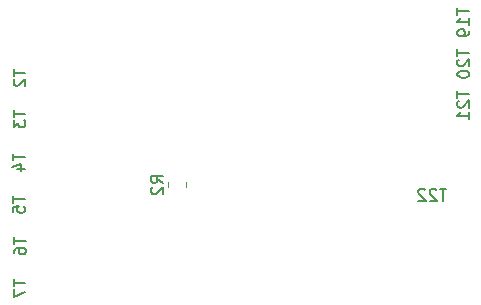
<source format=gbo>
G04 #@! TF.GenerationSoftware,KiCad,Pcbnew,(6.0.4)*
G04 #@! TF.CreationDate,2022-04-15T12:40:15+02:00*
G04 #@! TF.ProjectId,hernieuwdeBuffer_beide_groundplane,6865726e-6965-4757-9764-654275666665,rev?*
G04 #@! TF.SameCoordinates,Original*
G04 #@! TF.FileFunction,Legend,Bot*
G04 #@! TF.FilePolarity,Positive*
%FSLAX46Y46*%
G04 Gerber Fmt 4.6, Leading zero omitted, Abs format (unit mm)*
G04 Created by KiCad (PCBNEW (6.0.4)) date 2022-04-15 12:40:15*
%MOMM*%
%LPD*%
G01*
G04 APERTURE LIST*
%ADD10C,0.150000*%
%ADD11C,0.120000*%
G04 APERTURE END LIST*
D10*
X173044608Y-73039100D02*
X173044608Y-73611168D01*
X174045726Y-73325134D02*
X173044608Y-73325134D01*
X173139953Y-73897201D02*
X173092281Y-73944874D01*
X173044608Y-74040218D01*
X173044608Y-74278580D01*
X173092281Y-74373924D01*
X173139953Y-74421596D01*
X173235297Y-74469269D01*
X173330642Y-74469269D01*
X173473659Y-74421596D01*
X174045726Y-73849529D01*
X174045726Y-74469269D01*
X173044608Y-75089008D02*
X173044608Y-75184353D01*
X173092281Y-75279698D01*
X173139953Y-75327370D01*
X173235297Y-75375042D01*
X173425987Y-75422714D01*
X173664348Y-75422714D01*
X173855037Y-75375042D01*
X173950382Y-75327370D01*
X173998054Y-75279698D01*
X174045726Y-75184353D01*
X174045726Y-75089008D01*
X173998054Y-74993664D01*
X173950382Y-74945992D01*
X173855037Y-74898319D01*
X173664348Y-74850647D01*
X173425987Y-74850647D01*
X173235297Y-74898319D01*
X173139953Y-74945992D01*
X173092281Y-74993664D01*
X173044608Y-75089008D01*
X135408928Y-81858663D02*
X135408928Y-82430730D01*
X136410046Y-82144697D02*
X135408928Y-82144697D01*
X135742634Y-83193487D02*
X136410046Y-83193487D01*
X135361256Y-82955126D02*
X136076340Y-82716764D01*
X136076340Y-83336504D01*
X173044608Y-69539100D02*
X173044608Y-70111168D01*
X174045726Y-69825134D02*
X173044608Y-69825134D01*
X174045726Y-70969269D02*
X174045726Y-70397201D01*
X174045726Y-70683235D02*
X173044608Y-70683235D01*
X173187625Y-70587890D01*
X173282970Y-70492546D01*
X173330642Y-70397201D01*
X174045726Y-71445992D02*
X174045726Y-71636681D01*
X173998054Y-71732025D01*
X173950382Y-71779698D01*
X173807365Y-71875042D01*
X173616676Y-71922714D01*
X173235297Y-71922714D01*
X173139953Y-71875042D01*
X173092281Y-71827370D01*
X173044608Y-71732025D01*
X173044608Y-71541336D01*
X173092281Y-71445992D01*
X173139953Y-71398319D01*
X173235297Y-71350647D01*
X173473659Y-71350647D01*
X173569003Y-71398319D01*
X173616676Y-71445992D01*
X173664348Y-71541336D01*
X173664348Y-71732025D01*
X173616676Y-71827370D01*
X173569003Y-71875042D01*
X173473659Y-71922714D01*
X173044608Y-76539100D02*
X173044608Y-77111168D01*
X174045726Y-76825134D02*
X173044608Y-76825134D01*
X173139953Y-77397201D02*
X173092281Y-77444874D01*
X173044608Y-77540218D01*
X173044608Y-77778580D01*
X173092281Y-77873924D01*
X173139953Y-77921596D01*
X173235297Y-77969269D01*
X173330642Y-77969269D01*
X173473659Y-77921596D01*
X174045726Y-77349529D01*
X174045726Y-77969269D01*
X174045726Y-78922714D02*
X174045726Y-78350647D01*
X174045726Y-78636681D02*
X173044608Y-78636681D01*
X173187625Y-78541336D01*
X173282970Y-78445992D01*
X173330642Y-78350647D01*
X135458928Y-74708663D02*
X135458928Y-75280730D01*
X136460046Y-74994697D02*
X135458928Y-74994697D01*
X135554273Y-75566764D02*
X135506601Y-75614436D01*
X135458928Y-75709781D01*
X135458928Y-75948142D01*
X135506601Y-76043487D01*
X135554273Y-76091159D01*
X135649617Y-76138832D01*
X135744962Y-76138832D01*
X135887979Y-76091159D01*
X136460046Y-75519092D01*
X136460046Y-76138832D01*
X135458928Y-78208663D02*
X135458928Y-78780730D01*
X136460046Y-78494697D02*
X135458928Y-78494697D01*
X135458928Y-79019092D02*
X135458928Y-79638832D01*
X135840307Y-79305126D01*
X135840307Y-79448142D01*
X135887979Y-79543487D01*
X135935651Y-79591159D01*
X136030996Y-79638832D01*
X136269357Y-79638832D01*
X136364702Y-79591159D01*
X136412374Y-79543487D01*
X136460046Y-79448142D01*
X136460046Y-79162109D01*
X136412374Y-79066764D01*
X136364702Y-79019092D01*
X135408928Y-85458663D02*
X135408928Y-86030730D01*
X136410046Y-85744697D02*
X135408928Y-85744697D01*
X135408928Y-86841159D02*
X135408928Y-86364436D01*
X135885651Y-86316764D01*
X135837979Y-86364436D01*
X135790307Y-86459781D01*
X135790307Y-86698142D01*
X135837979Y-86793487D01*
X135885651Y-86841159D01*
X135980996Y-86888832D01*
X136219357Y-86888832D01*
X136314702Y-86841159D01*
X136362374Y-86793487D01*
X136410046Y-86698142D01*
X136410046Y-86459781D01*
X136362374Y-86364436D01*
X136314702Y-86316764D01*
X135508928Y-88958663D02*
X135508928Y-89530730D01*
X136510046Y-89244697D02*
X135508928Y-89244697D01*
X135508928Y-90293487D02*
X135508928Y-90102798D01*
X135556601Y-90007453D01*
X135604273Y-89959781D01*
X135747290Y-89864436D01*
X135937979Y-89816764D01*
X136319357Y-89816764D01*
X136414702Y-89864436D01*
X136462374Y-89912109D01*
X136510046Y-90007453D01*
X136510046Y-90198142D01*
X136462374Y-90293487D01*
X136414702Y-90341159D01*
X136319357Y-90388832D01*
X136080996Y-90388832D01*
X135985651Y-90341159D01*
X135937979Y-90293487D01*
X135890307Y-90198142D01*
X135890307Y-90007453D01*
X135937979Y-89912109D01*
X135985651Y-89864436D01*
X136080996Y-89816764D01*
X135458928Y-92508663D02*
X135458928Y-93080730D01*
X136460046Y-92794697D02*
X135458928Y-92794697D01*
X135458928Y-93319092D02*
X135458928Y-93986504D01*
X136460046Y-93557453D01*
X148102380Y-84333333D02*
X147626190Y-84000000D01*
X148102380Y-83761904D02*
X147102380Y-83761904D01*
X147102380Y-84142857D01*
X147150000Y-84238095D01*
X147197619Y-84285714D01*
X147292857Y-84333333D01*
X147435714Y-84333333D01*
X147530952Y-84285714D01*
X147578571Y-84238095D01*
X147626190Y-84142857D01*
X147626190Y-83761904D01*
X147197619Y-84714285D02*
X147150000Y-84761904D01*
X147102380Y-84857142D01*
X147102380Y-85095238D01*
X147150000Y-85190476D01*
X147197619Y-85238095D01*
X147292857Y-85285714D01*
X147388095Y-85285714D01*
X147530952Y-85238095D01*
X148102380Y-84666666D01*
X148102380Y-85285714D01*
X172110899Y-84844608D02*
X171538832Y-84844608D01*
X171824865Y-85845726D02*
X171824865Y-84844608D01*
X171252798Y-84939953D02*
X171205126Y-84892281D01*
X171109781Y-84844608D01*
X170871420Y-84844608D01*
X170776075Y-84892281D01*
X170728403Y-84939953D01*
X170680730Y-85035297D01*
X170680730Y-85130642D01*
X170728403Y-85273659D01*
X171300470Y-85845726D01*
X170680730Y-85845726D01*
X170299352Y-84939953D02*
X170251680Y-84892281D01*
X170156335Y-84844608D01*
X169917974Y-84844608D01*
X169822629Y-84892281D01*
X169774957Y-84939953D01*
X169727285Y-85035297D01*
X169727285Y-85130642D01*
X169774957Y-85273659D01*
X170347024Y-85845726D01*
X169727285Y-85845726D01*
D11*
X148565000Y-84272936D02*
X148565000Y-84727064D01*
X150035000Y-84272936D02*
X150035000Y-84727064D01*
M02*

</source>
